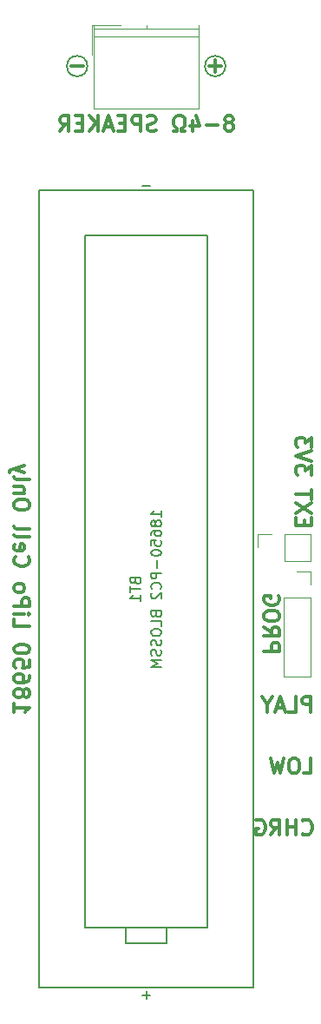
<source format=gbr>
G04 #@! TF.FileFunction,Legend,Bot*
%FSLAX46Y46*%
G04 Gerber Fmt 4.6, Leading zero omitted, Abs format (unit mm)*
G04 Created by KiCad (PCBNEW 4.0.7) date 02/20/18 20:02:19*
%MOMM*%
%LPD*%
G01*
G04 APERTURE LIST*
%ADD10C,0.100000*%
%ADD11C,0.300000*%
%ADD12C,0.200000*%
%ADD13C,0.120000*%
%ADD14C,0.150000*%
G04 APERTURE END LIST*
D10*
D11*
X214821429Y-126942856D02*
X214821429Y-127799999D01*
X214821429Y-127371427D02*
X216321429Y-127371427D01*
X216107143Y-127514284D01*
X215964286Y-127657142D01*
X215892857Y-127799999D01*
X215678571Y-126085713D02*
X215750000Y-126228571D01*
X215821429Y-126299999D01*
X215964286Y-126371428D01*
X216035714Y-126371428D01*
X216178571Y-126299999D01*
X216250000Y-126228571D01*
X216321429Y-126085713D01*
X216321429Y-125799999D01*
X216250000Y-125657142D01*
X216178571Y-125585713D01*
X216035714Y-125514285D01*
X215964286Y-125514285D01*
X215821429Y-125585713D01*
X215750000Y-125657142D01*
X215678571Y-125799999D01*
X215678571Y-126085713D01*
X215607143Y-126228571D01*
X215535714Y-126299999D01*
X215392857Y-126371428D01*
X215107143Y-126371428D01*
X214964286Y-126299999D01*
X214892857Y-126228571D01*
X214821429Y-126085713D01*
X214821429Y-125799999D01*
X214892857Y-125657142D01*
X214964286Y-125585713D01*
X215107143Y-125514285D01*
X215392857Y-125514285D01*
X215535714Y-125585713D01*
X215607143Y-125657142D01*
X215678571Y-125799999D01*
X216321429Y-124228571D02*
X216321429Y-124514285D01*
X216250000Y-124657142D01*
X216178571Y-124728571D01*
X215964286Y-124871428D01*
X215678571Y-124942857D01*
X215107143Y-124942857D01*
X214964286Y-124871428D01*
X214892857Y-124800000D01*
X214821429Y-124657142D01*
X214821429Y-124371428D01*
X214892857Y-124228571D01*
X214964286Y-124157142D01*
X215107143Y-124085714D01*
X215464286Y-124085714D01*
X215607143Y-124157142D01*
X215678571Y-124228571D01*
X215750000Y-124371428D01*
X215750000Y-124657142D01*
X215678571Y-124800000D01*
X215607143Y-124871428D01*
X215464286Y-124942857D01*
X216321429Y-122728571D02*
X216321429Y-123442857D01*
X215607143Y-123514286D01*
X215678571Y-123442857D01*
X215750000Y-123300000D01*
X215750000Y-122942857D01*
X215678571Y-122800000D01*
X215607143Y-122728571D01*
X215464286Y-122657143D01*
X215107143Y-122657143D01*
X214964286Y-122728571D01*
X214892857Y-122800000D01*
X214821429Y-122942857D01*
X214821429Y-123300000D01*
X214892857Y-123442857D01*
X214964286Y-123514286D01*
X216321429Y-121728572D02*
X216321429Y-121585715D01*
X216250000Y-121442858D01*
X216178571Y-121371429D01*
X216035714Y-121300000D01*
X215750000Y-121228572D01*
X215392857Y-121228572D01*
X215107143Y-121300000D01*
X214964286Y-121371429D01*
X214892857Y-121442858D01*
X214821429Y-121585715D01*
X214821429Y-121728572D01*
X214892857Y-121871429D01*
X214964286Y-121942858D01*
X215107143Y-122014286D01*
X215392857Y-122085715D01*
X215750000Y-122085715D01*
X216035714Y-122014286D01*
X216178571Y-121942858D01*
X216250000Y-121871429D01*
X216321429Y-121728572D01*
X214821429Y-118728572D02*
X214821429Y-119442858D01*
X216321429Y-119442858D01*
X214821429Y-118228572D02*
X215821429Y-118228572D01*
X216321429Y-118228572D02*
X216250000Y-118300001D01*
X216178571Y-118228572D01*
X216250000Y-118157144D01*
X216321429Y-118228572D01*
X216178571Y-118228572D01*
X214821429Y-117514286D02*
X216321429Y-117514286D01*
X216321429Y-116942858D01*
X216250000Y-116800000D01*
X216178571Y-116728572D01*
X216035714Y-116657143D01*
X215821429Y-116657143D01*
X215678571Y-116728572D01*
X215607143Y-116800000D01*
X215535714Y-116942858D01*
X215535714Y-117514286D01*
X214821429Y-115800000D02*
X214892857Y-115942858D01*
X214964286Y-116014286D01*
X215107143Y-116085715D01*
X215535714Y-116085715D01*
X215678571Y-116014286D01*
X215750000Y-115942858D01*
X215821429Y-115800000D01*
X215821429Y-115585715D01*
X215750000Y-115442858D01*
X215678571Y-115371429D01*
X215535714Y-115300000D01*
X215107143Y-115300000D01*
X214964286Y-115371429D01*
X214892857Y-115442858D01*
X214821429Y-115585715D01*
X214821429Y-115800000D01*
X214964286Y-112657143D02*
X214892857Y-112728572D01*
X214821429Y-112942858D01*
X214821429Y-113085715D01*
X214892857Y-113300000D01*
X215035714Y-113442858D01*
X215178571Y-113514286D01*
X215464286Y-113585715D01*
X215678571Y-113585715D01*
X215964286Y-113514286D01*
X216107143Y-113442858D01*
X216250000Y-113300000D01*
X216321429Y-113085715D01*
X216321429Y-112942858D01*
X216250000Y-112728572D01*
X216178571Y-112657143D01*
X214892857Y-111442858D02*
X214821429Y-111585715D01*
X214821429Y-111871429D01*
X214892857Y-112014286D01*
X215035714Y-112085715D01*
X215607143Y-112085715D01*
X215750000Y-112014286D01*
X215821429Y-111871429D01*
X215821429Y-111585715D01*
X215750000Y-111442858D01*
X215607143Y-111371429D01*
X215464286Y-111371429D01*
X215321429Y-112085715D01*
X214821429Y-110514286D02*
X214892857Y-110657144D01*
X215035714Y-110728572D01*
X216321429Y-110728572D01*
X214821429Y-109728572D02*
X214892857Y-109871430D01*
X215035714Y-109942858D01*
X216321429Y-109942858D01*
X216321429Y-107728573D02*
X216321429Y-107442859D01*
X216250000Y-107300001D01*
X216107143Y-107157144D01*
X215821429Y-107085716D01*
X215321429Y-107085716D01*
X215035714Y-107157144D01*
X214892857Y-107300001D01*
X214821429Y-107442859D01*
X214821429Y-107728573D01*
X214892857Y-107871430D01*
X215035714Y-108014287D01*
X215321429Y-108085716D01*
X215821429Y-108085716D01*
X216107143Y-108014287D01*
X216250000Y-107871430D01*
X216321429Y-107728573D01*
X215821429Y-106442858D02*
X214821429Y-106442858D01*
X215678571Y-106442858D02*
X215750000Y-106371430D01*
X215821429Y-106228572D01*
X215821429Y-106014287D01*
X215750000Y-105871430D01*
X215607143Y-105800001D01*
X214821429Y-105800001D01*
X214821429Y-104871429D02*
X214892857Y-105014287D01*
X215035714Y-105085715D01*
X216321429Y-105085715D01*
X215821429Y-104442858D02*
X214821429Y-104085715D01*
X215821429Y-103728573D02*
X214821429Y-104085715D01*
X214464286Y-104228573D01*
X214392857Y-104300001D01*
X214321429Y-104442858D01*
X243767857Y-127778571D02*
X243767857Y-126278571D01*
X243196429Y-126278571D01*
X243053571Y-126350000D01*
X242982143Y-126421429D01*
X242910714Y-126564286D01*
X242910714Y-126778571D01*
X242982143Y-126921429D01*
X243053571Y-126992857D01*
X243196429Y-127064286D01*
X243767857Y-127064286D01*
X241553571Y-127778571D02*
X242267857Y-127778571D01*
X242267857Y-126278571D01*
X241125000Y-127350000D02*
X240410714Y-127350000D01*
X241267857Y-127778571D02*
X240767857Y-126278571D01*
X240267857Y-127778571D01*
X239482143Y-127064286D02*
X239482143Y-127778571D01*
X239982143Y-126278571D02*
X239482143Y-127064286D01*
X238982143Y-126278571D01*
X243053571Y-133778571D02*
X243767857Y-133778571D01*
X243767857Y-132278571D01*
X242267857Y-132278571D02*
X241982143Y-132278571D01*
X241839285Y-132350000D01*
X241696428Y-132492857D01*
X241625000Y-132778571D01*
X241625000Y-133278571D01*
X241696428Y-133564286D01*
X241839285Y-133707143D01*
X241982143Y-133778571D01*
X242267857Y-133778571D01*
X242410714Y-133707143D01*
X242553571Y-133564286D01*
X242625000Y-133278571D01*
X242625000Y-132778571D01*
X242553571Y-132492857D01*
X242410714Y-132350000D01*
X242267857Y-132278571D01*
X241124999Y-132278571D02*
X240767856Y-133778571D01*
X240482142Y-132707143D01*
X240196428Y-133778571D01*
X239839285Y-132278571D01*
X242935714Y-139635714D02*
X243007143Y-139707143D01*
X243221429Y-139778571D01*
X243364286Y-139778571D01*
X243578571Y-139707143D01*
X243721429Y-139564286D01*
X243792857Y-139421429D01*
X243864286Y-139135714D01*
X243864286Y-138921429D01*
X243792857Y-138635714D01*
X243721429Y-138492857D01*
X243578571Y-138350000D01*
X243364286Y-138278571D01*
X243221429Y-138278571D01*
X243007143Y-138350000D01*
X242935714Y-138421429D01*
X242292857Y-139778571D02*
X242292857Y-138278571D01*
X242292857Y-138992857D02*
X241435714Y-138992857D01*
X241435714Y-139778571D02*
X241435714Y-138278571D01*
X239864285Y-139778571D02*
X240364285Y-139064286D01*
X240721428Y-139778571D02*
X240721428Y-138278571D01*
X240150000Y-138278571D01*
X240007142Y-138350000D01*
X239935714Y-138421429D01*
X239864285Y-138564286D01*
X239864285Y-138778571D01*
X239935714Y-138921429D01*
X240007142Y-138992857D01*
X240150000Y-139064286D01*
X240721428Y-139064286D01*
X238435714Y-138350000D02*
X238578571Y-138278571D01*
X238792857Y-138278571D01*
X239007142Y-138350000D01*
X239150000Y-138492857D01*
X239221428Y-138635714D01*
X239292857Y-138921429D01*
X239292857Y-139135714D01*
X239221428Y-139421429D01*
X239150000Y-139564286D01*
X239007142Y-139707143D01*
X238792857Y-139778571D01*
X238650000Y-139778571D01*
X238435714Y-139707143D01*
X238364285Y-139635714D01*
X238364285Y-139135714D01*
X238650000Y-139135714D01*
D12*
X221950000Y-64825000D02*
G75*
G03X221950000Y-64825000I-1000000J0D01*
G01*
X235425000Y-64825000D02*
G75*
G03X235425000Y-64825000I-1000000J0D01*
G01*
D11*
X221521428Y-64832143D02*
X220378571Y-64832143D01*
X234996428Y-64832143D02*
X233853571Y-64832143D01*
X234425000Y-65403571D02*
X234425000Y-64260714D01*
X235928570Y-70321429D02*
X236071428Y-70250000D01*
X236142856Y-70178571D01*
X236214285Y-70035714D01*
X236214285Y-69964286D01*
X236142856Y-69821429D01*
X236071428Y-69750000D01*
X235928570Y-69678571D01*
X235642856Y-69678571D01*
X235499999Y-69750000D01*
X235428570Y-69821429D01*
X235357142Y-69964286D01*
X235357142Y-70035714D01*
X235428570Y-70178571D01*
X235499999Y-70250000D01*
X235642856Y-70321429D01*
X235928570Y-70321429D01*
X236071428Y-70392857D01*
X236142856Y-70464286D01*
X236214285Y-70607143D01*
X236214285Y-70892857D01*
X236142856Y-71035714D01*
X236071428Y-71107143D01*
X235928570Y-71178571D01*
X235642856Y-71178571D01*
X235499999Y-71107143D01*
X235428570Y-71035714D01*
X235357142Y-70892857D01*
X235357142Y-70607143D01*
X235428570Y-70464286D01*
X235499999Y-70392857D01*
X235642856Y-70321429D01*
X234714285Y-70607143D02*
X233571428Y-70607143D01*
X232214285Y-70178571D02*
X232214285Y-71178571D01*
X232571428Y-69607143D02*
X232928571Y-70678571D01*
X231999999Y-70678571D01*
X231500000Y-71178571D02*
X231142857Y-71178571D01*
X231142857Y-70892857D01*
X231285714Y-70821429D01*
X231428571Y-70678571D01*
X231500000Y-70464286D01*
X231500000Y-70107143D01*
X231428571Y-69892857D01*
X231285714Y-69750000D01*
X231071428Y-69678571D01*
X230785714Y-69678571D01*
X230571428Y-69750000D01*
X230428571Y-69892857D01*
X230357143Y-70107143D01*
X230357143Y-70464286D01*
X230428571Y-70678571D01*
X230571428Y-70821429D01*
X230714285Y-70892857D01*
X230714285Y-71178571D01*
X230357143Y-71178571D01*
X228642857Y-71107143D02*
X228428571Y-71178571D01*
X228071428Y-71178571D01*
X227928571Y-71107143D01*
X227857142Y-71035714D01*
X227785714Y-70892857D01*
X227785714Y-70750000D01*
X227857142Y-70607143D01*
X227928571Y-70535714D01*
X228071428Y-70464286D01*
X228357142Y-70392857D01*
X228500000Y-70321429D01*
X228571428Y-70250000D01*
X228642857Y-70107143D01*
X228642857Y-69964286D01*
X228571428Y-69821429D01*
X228500000Y-69750000D01*
X228357142Y-69678571D01*
X228000000Y-69678571D01*
X227785714Y-69750000D01*
X227142857Y-71178571D02*
X227142857Y-69678571D01*
X226571429Y-69678571D01*
X226428571Y-69750000D01*
X226357143Y-69821429D01*
X226285714Y-69964286D01*
X226285714Y-70178571D01*
X226357143Y-70321429D01*
X226428571Y-70392857D01*
X226571429Y-70464286D01*
X227142857Y-70464286D01*
X225642857Y-70392857D02*
X225142857Y-70392857D01*
X224928571Y-71178571D02*
X225642857Y-71178571D01*
X225642857Y-69678571D01*
X224928571Y-69678571D01*
X224357143Y-70750000D02*
X223642857Y-70750000D01*
X224500000Y-71178571D02*
X224000000Y-69678571D01*
X223500000Y-71178571D01*
X223000000Y-71178571D02*
X223000000Y-69678571D01*
X222142857Y-71178571D02*
X222785714Y-70321429D01*
X222142857Y-69678571D02*
X223000000Y-70535714D01*
X221500000Y-70392857D02*
X221000000Y-70392857D01*
X220785714Y-71178571D02*
X221500000Y-71178571D01*
X221500000Y-69678571D01*
X220785714Y-69678571D01*
X219285714Y-71178571D02*
X219785714Y-70464286D01*
X220142857Y-71178571D02*
X220142857Y-69678571D01*
X219571429Y-69678571D01*
X219428571Y-69750000D01*
X219357143Y-69821429D01*
X219285714Y-69964286D01*
X219285714Y-70178571D01*
X219357143Y-70321429D01*
X219428571Y-70392857D01*
X219571429Y-70464286D01*
X220142857Y-70464286D01*
X239196429Y-121853571D02*
X240696429Y-121853571D01*
X240696429Y-121282143D01*
X240625000Y-121139285D01*
X240553571Y-121067857D01*
X240410714Y-120996428D01*
X240196429Y-120996428D01*
X240053571Y-121067857D01*
X239982143Y-121139285D01*
X239910714Y-121282143D01*
X239910714Y-121853571D01*
X239196429Y-119496428D02*
X239910714Y-119996428D01*
X239196429Y-120353571D02*
X240696429Y-120353571D01*
X240696429Y-119782143D01*
X240625000Y-119639285D01*
X240553571Y-119567857D01*
X240410714Y-119496428D01*
X240196429Y-119496428D01*
X240053571Y-119567857D01*
X239982143Y-119639285D01*
X239910714Y-119782143D01*
X239910714Y-120353571D01*
X240696429Y-118567857D02*
X240696429Y-118282143D01*
X240625000Y-118139285D01*
X240482143Y-117996428D01*
X240196429Y-117925000D01*
X239696429Y-117925000D01*
X239410714Y-117996428D01*
X239267857Y-118139285D01*
X239196429Y-118282143D01*
X239196429Y-118567857D01*
X239267857Y-118710714D01*
X239410714Y-118853571D01*
X239696429Y-118925000D01*
X240196429Y-118925000D01*
X240482143Y-118853571D01*
X240625000Y-118710714D01*
X240696429Y-118567857D01*
X240625000Y-116496428D02*
X240696429Y-116639285D01*
X240696429Y-116853571D01*
X240625000Y-117067856D01*
X240482143Y-117210714D01*
X240339286Y-117282142D01*
X240053571Y-117353571D01*
X239839286Y-117353571D01*
X239553571Y-117282142D01*
X239410714Y-117210714D01*
X239267857Y-117067856D01*
X239196429Y-116853571D01*
X239196429Y-116710714D01*
X239267857Y-116496428D01*
X239339286Y-116424999D01*
X239839286Y-116424999D01*
X239839286Y-116710714D01*
X243107143Y-109599999D02*
X243107143Y-109099999D01*
X242321429Y-108885713D02*
X242321429Y-109599999D01*
X243821429Y-109599999D01*
X243821429Y-108885713D01*
X243821429Y-108385713D02*
X242321429Y-107385713D01*
X243821429Y-107385713D02*
X242321429Y-108385713D01*
X243821429Y-107028571D02*
X243821429Y-106171428D01*
X242321429Y-106599999D02*
X243821429Y-106599999D01*
X243821429Y-104671428D02*
X243821429Y-103742857D01*
X243250000Y-104242857D01*
X243250000Y-104028571D01*
X243178571Y-103885714D01*
X243107143Y-103814285D01*
X242964286Y-103742857D01*
X242607143Y-103742857D01*
X242464286Y-103814285D01*
X242392857Y-103885714D01*
X242321429Y-104028571D01*
X242321429Y-104457143D01*
X242392857Y-104600000D01*
X242464286Y-104671428D01*
X243821429Y-103314286D02*
X242321429Y-102814286D01*
X243821429Y-102314286D01*
X243821429Y-101957143D02*
X243821429Y-101028572D01*
X243250000Y-101528572D01*
X243250000Y-101314286D01*
X243178571Y-101171429D01*
X243107143Y-101100000D01*
X242964286Y-101028572D01*
X242607143Y-101028572D01*
X242464286Y-101100000D01*
X242392857Y-101171429D01*
X242321429Y-101314286D01*
X242321429Y-101742858D01*
X242392857Y-101885715D01*
X242464286Y-101957143D01*
D13*
X222600000Y-61900000D02*
X232800000Y-61900000D01*
X222600000Y-61200000D02*
X232800000Y-61200000D01*
X222600000Y-60800000D02*
X222600000Y-69000000D01*
X222600000Y-69000000D02*
X232800000Y-69000000D01*
X232800000Y-69000000D02*
X232800000Y-60800000D01*
X227700000Y-61200000D02*
X227700000Y-60800000D01*
X222360000Y-63700000D02*
X222360000Y-60860000D01*
X222360000Y-60860000D02*
X225200000Y-60860000D01*
D14*
X221700000Y-148800000D02*
X233700000Y-148800000D01*
X233700000Y-148800000D02*
X233700000Y-81300000D01*
X233700000Y-81300000D02*
X221700000Y-81300000D01*
X221700000Y-81300000D02*
X221700000Y-148800000D01*
X225700000Y-150300000D02*
X225700000Y-148800000D01*
X225700000Y-150300000D02*
X229700000Y-150300000D01*
X229700000Y-150300000D02*
X229700000Y-148800000D01*
X217250000Y-154650000D02*
X217250000Y-76950000D01*
X238150000Y-76950000D02*
X238150000Y-154650000D01*
X217250000Y-76950000D02*
X238150000Y-76950000D01*
X217250000Y-154650000D02*
X238150000Y-154650000D01*
D13*
X243730000Y-124350000D02*
X241070000Y-124350000D01*
X243730000Y-116670000D02*
X243730000Y-124350000D01*
X241070000Y-116670000D02*
X241070000Y-124350000D01*
X243730000Y-116670000D02*
X241070000Y-116670000D01*
X243730000Y-115400000D02*
X243730000Y-114070000D01*
X243730000Y-114070000D02*
X242400000Y-114070000D01*
X243770000Y-110420000D02*
X243770000Y-113080000D01*
X241170000Y-110420000D02*
X243770000Y-110420000D01*
X241170000Y-113080000D02*
X243770000Y-113080000D01*
X241170000Y-110420000D02*
X241170000Y-113080000D01*
X239900000Y-110420000D02*
X238570000Y-110420000D01*
X238570000Y-110420000D02*
X238570000Y-111750000D01*
D14*
X226628571Y-115014286D02*
X226676190Y-115157143D01*
X226723810Y-115204762D01*
X226819048Y-115252381D01*
X226961905Y-115252381D01*
X227057143Y-115204762D01*
X227104762Y-115157143D01*
X227152381Y-115061905D01*
X227152381Y-114680952D01*
X226152381Y-114680952D01*
X226152381Y-115014286D01*
X226200000Y-115109524D01*
X226247619Y-115157143D01*
X226342857Y-115204762D01*
X226438095Y-115204762D01*
X226533333Y-115157143D01*
X226580952Y-115109524D01*
X226628571Y-115014286D01*
X226628571Y-114680952D01*
X226152381Y-115538095D02*
X226152381Y-116109524D01*
X227152381Y-115823809D02*
X226152381Y-115823809D01*
X227152381Y-116966667D02*
X227152381Y-116395238D01*
X227152381Y-116680952D02*
X226152381Y-116680952D01*
X226295238Y-116585714D01*
X226390476Y-116490476D01*
X226438095Y-116395238D01*
X229152381Y-108752381D02*
X229152381Y-108180952D01*
X229152381Y-108466666D02*
X228152381Y-108466666D01*
X228295238Y-108371428D01*
X228390476Y-108276190D01*
X228438095Y-108180952D01*
X228580952Y-109323809D02*
X228533333Y-109228571D01*
X228485714Y-109180952D01*
X228390476Y-109133333D01*
X228342857Y-109133333D01*
X228247619Y-109180952D01*
X228200000Y-109228571D01*
X228152381Y-109323809D01*
X228152381Y-109514286D01*
X228200000Y-109609524D01*
X228247619Y-109657143D01*
X228342857Y-109704762D01*
X228390476Y-109704762D01*
X228485714Y-109657143D01*
X228533333Y-109609524D01*
X228580952Y-109514286D01*
X228580952Y-109323809D01*
X228628571Y-109228571D01*
X228676190Y-109180952D01*
X228771429Y-109133333D01*
X228961905Y-109133333D01*
X229057143Y-109180952D01*
X229104762Y-109228571D01*
X229152381Y-109323809D01*
X229152381Y-109514286D01*
X229104762Y-109609524D01*
X229057143Y-109657143D01*
X228961905Y-109704762D01*
X228771429Y-109704762D01*
X228676190Y-109657143D01*
X228628571Y-109609524D01*
X228580952Y-109514286D01*
X228152381Y-110561905D02*
X228152381Y-110371428D01*
X228200000Y-110276190D01*
X228247619Y-110228571D01*
X228390476Y-110133333D01*
X228580952Y-110085714D01*
X228961905Y-110085714D01*
X229057143Y-110133333D01*
X229104762Y-110180952D01*
X229152381Y-110276190D01*
X229152381Y-110466667D01*
X229104762Y-110561905D01*
X229057143Y-110609524D01*
X228961905Y-110657143D01*
X228723810Y-110657143D01*
X228628571Y-110609524D01*
X228580952Y-110561905D01*
X228533333Y-110466667D01*
X228533333Y-110276190D01*
X228580952Y-110180952D01*
X228628571Y-110133333D01*
X228723810Y-110085714D01*
X228152381Y-111561905D02*
X228152381Y-111085714D01*
X228628571Y-111038095D01*
X228580952Y-111085714D01*
X228533333Y-111180952D01*
X228533333Y-111419048D01*
X228580952Y-111514286D01*
X228628571Y-111561905D01*
X228723810Y-111609524D01*
X228961905Y-111609524D01*
X229057143Y-111561905D01*
X229104762Y-111514286D01*
X229152381Y-111419048D01*
X229152381Y-111180952D01*
X229104762Y-111085714D01*
X229057143Y-111038095D01*
X228152381Y-112228571D02*
X228152381Y-112323810D01*
X228200000Y-112419048D01*
X228247619Y-112466667D01*
X228342857Y-112514286D01*
X228533333Y-112561905D01*
X228771429Y-112561905D01*
X228961905Y-112514286D01*
X229057143Y-112466667D01*
X229104762Y-112419048D01*
X229152381Y-112323810D01*
X229152381Y-112228571D01*
X229104762Y-112133333D01*
X229057143Y-112085714D01*
X228961905Y-112038095D01*
X228771429Y-111990476D01*
X228533333Y-111990476D01*
X228342857Y-112038095D01*
X228247619Y-112085714D01*
X228200000Y-112133333D01*
X228152381Y-112228571D01*
X228771429Y-112990476D02*
X228771429Y-113752381D01*
X229152381Y-114228571D02*
X228152381Y-114228571D01*
X228152381Y-114609524D01*
X228200000Y-114704762D01*
X228247619Y-114752381D01*
X228342857Y-114800000D01*
X228485714Y-114800000D01*
X228580952Y-114752381D01*
X228628571Y-114704762D01*
X228676190Y-114609524D01*
X228676190Y-114228571D01*
X229057143Y-115800000D02*
X229104762Y-115752381D01*
X229152381Y-115609524D01*
X229152381Y-115514286D01*
X229104762Y-115371428D01*
X229009524Y-115276190D01*
X228914286Y-115228571D01*
X228723810Y-115180952D01*
X228580952Y-115180952D01*
X228390476Y-115228571D01*
X228295238Y-115276190D01*
X228200000Y-115371428D01*
X228152381Y-115514286D01*
X228152381Y-115609524D01*
X228200000Y-115752381D01*
X228247619Y-115800000D01*
X228247619Y-116180952D02*
X228200000Y-116228571D01*
X228152381Y-116323809D01*
X228152381Y-116561905D01*
X228200000Y-116657143D01*
X228247619Y-116704762D01*
X228342857Y-116752381D01*
X228438095Y-116752381D01*
X228580952Y-116704762D01*
X229152381Y-116133333D01*
X229152381Y-116752381D01*
X228628571Y-118276191D02*
X228676190Y-118419048D01*
X228723810Y-118466667D01*
X228819048Y-118514286D01*
X228961905Y-118514286D01*
X229057143Y-118466667D01*
X229104762Y-118419048D01*
X229152381Y-118323810D01*
X229152381Y-117942857D01*
X228152381Y-117942857D01*
X228152381Y-118276191D01*
X228200000Y-118371429D01*
X228247619Y-118419048D01*
X228342857Y-118466667D01*
X228438095Y-118466667D01*
X228533333Y-118419048D01*
X228580952Y-118371429D01*
X228628571Y-118276191D01*
X228628571Y-117942857D01*
X229152381Y-119419048D02*
X229152381Y-118942857D01*
X228152381Y-118942857D01*
X228152381Y-119942857D02*
X228152381Y-120133334D01*
X228200000Y-120228572D01*
X228295238Y-120323810D01*
X228485714Y-120371429D01*
X228819048Y-120371429D01*
X229009524Y-120323810D01*
X229104762Y-120228572D01*
X229152381Y-120133334D01*
X229152381Y-119942857D01*
X229104762Y-119847619D01*
X229009524Y-119752381D01*
X228819048Y-119704762D01*
X228485714Y-119704762D01*
X228295238Y-119752381D01*
X228200000Y-119847619D01*
X228152381Y-119942857D01*
X229104762Y-120752381D02*
X229152381Y-120895238D01*
X229152381Y-121133334D01*
X229104762Y-121228572D01*
X229057143Y-121276191D01*
X228961905Y-121323810D01*
X228866667Y-121323810D01*
X228771429Y-121276191D01*
X228723810Y-121228572D01*
X228676190Y-121133334D01*
X228628571Y-120942857D01*
X228580952Y-120847619D01*
X228533333Y-120800000D01*
X228438095Y-120752381D01*
X228342857Y-120752381D01*
X228247619Y-120800000D01*
X228200000Y-120847619D01*
X228152381Y-120942857D01*
X228152381Y-121180953D01*
X228200000Y-121323810D01*
X229104762Y-121704762D02*
X229152381Y-121847619D01*
X229152381Y-122085715D01*
X229104762Y-122180953D01*
X229057143Y-122228572D01*
X228961905Y-122276191D01*
X228866667Y-122276191D01*
X228771429Y-122228572D01*
X228723810Y-122180953D01*
X228676190Y-122085715D01*
X228628571Y-121895238D01*
X228580952Y-121800000D01*
X228533333Y-121752381D01*
X228438095Y-121704762D01*
X228342857Y-121704762D01*
X228247619Y-121752381D01*
X228200000Y-121800000D01*
X228152381Y-121895238D01*
X228152381Y-122133334D01*
X228200000Y-122276191D01*
X229152381Y-122704762D02*
X228152381Y-122704762D01*
X228866667Y-123038096D01*
X228152381Y-123371429D01*
X229152381Y-123371429D01*
X228080952Y-76471429D02*
X227319047Y-76471429D01*
X228080952Y-155371429D02*
X227319047Y-155371429D01*
X227699999Y-155752381D02*
X227699999Y-154990476D01*
M02*

</source>
